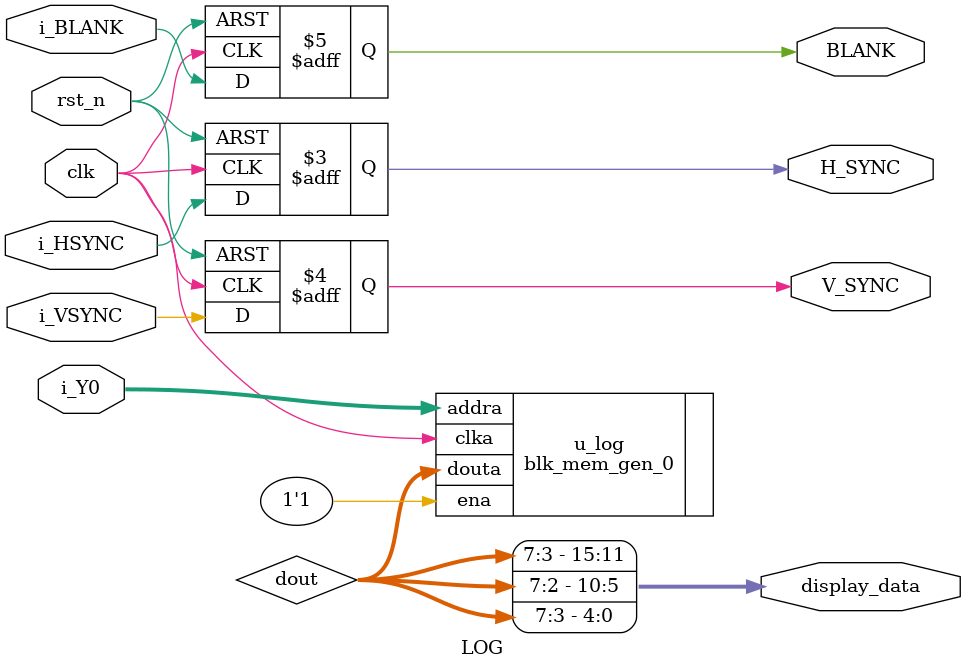
<source format=v>
`timescale 1ns / 1ps


module LOG(
  input clk,
  input rst_n,
  input i_HSYNC,
  input i_VSYNC,
  input i_BLANK,
  input [7:0] i_Y0,
  output reg H_SYNC,
  output reg V_SYNC,
  output reg BLANK,
  output [15:0] display_data
    );
  wire [7:0] dout;
  assign display_data = {dout[7:3], dout[7:2], dout[7:3]};

  always @(posedge clk or negedge rst_n) begin
      if(!rst_n) begin
        H_SYNC <= 1'b0;
        V_SYNC <= 1'b0;
        BLANK <= 1'b0;
      end
      else begin
        H_SYNC <= i_HSYNC;
        V_SYNC <= i_VSYNC;
        BLANK <= i_BLANK;
      end
  end



blk_mem_gen_0 u_log (
  .clka(clk),    // input wire clka
  .ena(1'b1),      // input wire ena
  .addra(i_Y0),  // input wire [7 : 0] addra
  .douta(dout)  // output wire [7 : 0] douta
);
endmodule

</source>
